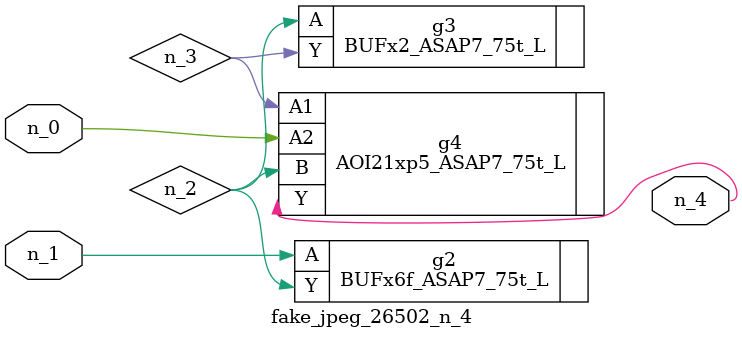
<source format=v>
module fake_jpeg_26502_n_4 (n_0, n_1, n_4);

input n_0;
input n_1;

output n_4;

wire n_3;
wire n_2;

BUFx6f_ASAP7_75t_L g2 ( 
.A(n_1),
.Y(n_2)
);

BUFx2_ASAP7_75t_L g3 ( 
.A(n_2),
.Y(n_3)
);

AOI21xp5_ASAP7_75t_L g4 ( 
.A1(n_3),
.A2(n_0),
.B(n_2),
.Y(n_4)
);


endmodule
</source>
